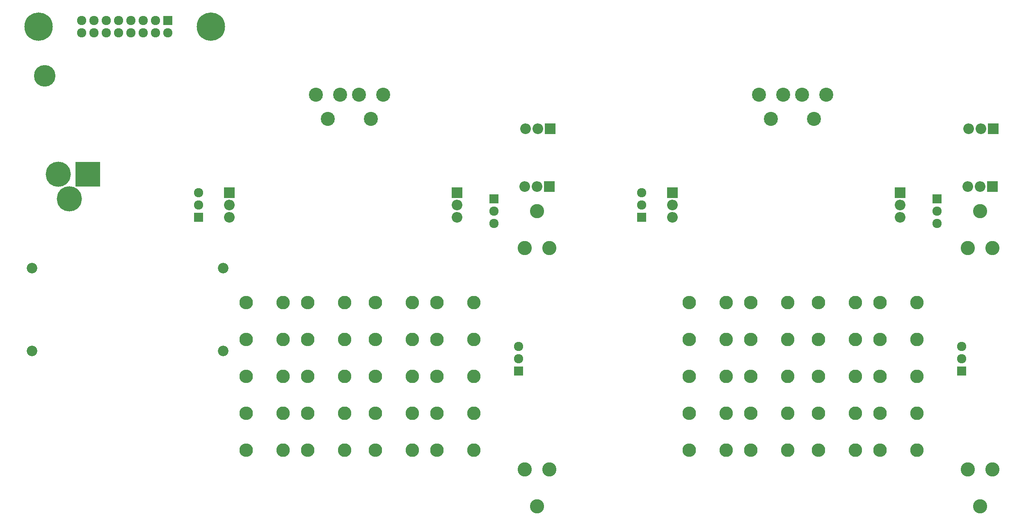
<source format=gbr>
G04 #@! TF.FileFunction,Soldermask,Bot*
%FSLAX46Y46*%
G04 Gerber Fmt 4.6, Leading zero omitted, Abs format (unit mm)*
G04 Created by KiCad (PCBNEW 4.0.7) date 12/04/17 23:14:30*
%MOMM*%
%LPD*%
G01*
G04 APERTURE LIST*
%ADD10C,0.100000*%
%ADD11C,1.920000*%
%ADD12R,1.920000X1.920000*%
%ADD13R,2.200000X2.200000*%
%ADD14O,2.200000X2.200000*%
%ADD15C,2.800000*%
%ADD16O,2.800000X2.800000*%
%ADD17C,2.940000*%
%ADD18C,2.900000*%
%ADD19C,5.860000*%
%ADD20C,5.200000*%
%ADD21R,5.200000X5.200000*%
%ADD22C,2.178000*%
%ADD23C,4.464000*%
G04 APERTURE END LIST*
D10*
D11*
X246380000Y-81280000D03*
X246380000Y-83820000D03*
D12*
X246380000Y-78740000D03*
D13*
X238760000Y-77470000D03*
D14*
X238760000Y-80010000D03*
X238760000Y-82550000D03*
D15*
X242210117Y-100181117D03*
D16*
X234590117Y-100181117D03*
D15*
X242210117Y-107801117D03*
D16*
X234590117Y-107801117D03*
D15*
X229510117Y-115421117D03*
D16*
X221890117Y-115421117D03*
D15*
X229510117Y-107801117D03*
D16*
X221890117Y-107801117D03*
D15*
X229510117Y-123041117D03*
D16*
X221890117Y-123041117D03*
D15*
X229510117Y-130661117D03*
D16*
X221890117Y-130661117D03*
D15*
X229510117Y-100181117D03*
D16*
X221890117Y-100181117D03*
D11*
X251460000Y-111760000D03*
X251460000Y-109220000D03*
D12*
X251460000Y-114300000D03*
D15*
X242210117Y-123041117D03*
D16*
X234590117Y-123041117D03*
D15*
X242210117Y-130661117D03*
D16*
X234590117Y-130661117D03*
D15*
X242210117Y-115421117D03*
D16*
X234590117Y-115421117D03*
D17*
X255270000Y-142240000D03*
X252730000Y-134620000D03*
X257810000Y-134620000D03*
X255270000Y-81280000D03*
X252730000Y-88900000D03*
X257810000Y-88900000D03*
D18*
X220980000Y-62230000D03*
X218480000Y-57230000D03*
X223480000Y-57230000D03*
D15*
X215540117Y-130661117D03*
D16*
X207920117Y-130661117D03*
D15*
X202840117Y-123041117D03*
D16*
X195220117Y-123041117D03*
D15*
X215540117Y-123041117D03*
D16*
X207920117Y-123041117D03*
D15*
X202840117Y-130661117D03*
D16*
X195220117Y-130661117D03*
D13*
X257810000Y-76200000D03*
D14*
X255270000Y-76200000D03*
X252730000Y-76200000D03*
D13*
X257997114Y-64278790D03*
D14*
X255457114Y-64278790D03*
X252917114Y-64278790D03*
D15*
X202840117Y-115421117D03*
D16*
X195220117Y-115421117D03*
D15*
X215540117Y-107801117D03*
D16*
X207920117Y-107801117D03*
D15*
X202840117Y-107801117D03*
D16*
X195220117Y-107801117D03*
D15*
X215540117Y-115421117D03*
D16*
X207920117Y-115421117D03*
D15*
X202840117Y-100181117D03*
D16*
X195220117Y-100181117D03*
D15*
X215540117Y-100181117D03*
D16*
X207920117Y-100181117D03*
D18*
X212090000Y-62230000D03*
X209590000Y-57230000D03*
X214590000Y-57230000D03*
D13*
X191770000Y-77470000D03*
D14*
X191770000Y-80010000D03*
X191770000Y-82550000D03*
D11*
X185420000Y-80010000D03*
X185420000Y-77470000D03*
D12*
X185420000Y-82550000D03*
D19*
X96520000Y-43180000D03*
X60960000Y-43180000D03*
D12*
X87630000Y-41910000D03*
D11*
X87630000Y-44450000D03*
X85090000Y-41910000D03*
X85090000Y-44450000D03*
X82550000Y-41910000D03*
X82550000Y-44450000D03*
X80010000Y-41910000D03*
X80010000Y-44450000D03*
X77470000Y-41910000D03*
X77470000Y-44450000D03*
X74930000Y-41910000D03*
X74930000Y-44450000D03*
X72390000Y-41910000D03*
X72390000Y-44450000D03*
X69850000Y-41910000D03*
X69850000Y-44450000D03*
D20*
X65020000Y-73660000D03*
D21*
X71120000Y-73660000D03*
D20*
X67310000Y-78740000D03*
D13*
X166557114Y-64278790D03*
D14*
X164017114Y-64278790D03*
X161477114Y-64278790D03*
D13*
X100330000Y-77470000D03*
D14*
X100330000Y-80010000D03*
X100330000Y-82550000D03*
D13*
X147320000Y-77470000D03*
D14*
X147320000Y-80010000D03*
X147320000Y-82550000D03*
D13*
X166370000Y-76200000D03*
D14*
X163830000Y-76200000D03*
X161290000Y-76200000D03*
D15*
X111400117Y-130661117D03*
D16*
X103780117Y-130661117D03*
D15*
X111400117Y-123041117D03*
D16*
X103780117Y-123041117D03*
D15*
X111400117Y-115421117D03*
D16*
X103780117Y-115421117D03*
D15*
X111400117Y-107801117D03*
D16*
X103780117Y-107801117D03*
D15*
X111400117Y-100181117D03*
D16*
X103780117Y-100181117D03*
D15*
X124100117Y-130661117D03*
D16*
X116480117Y-130661117D03*
D15*
X124100117Y-123041117D03*
D16*
X116480117Y-123041117D03*
D15*
X124100117Y-115421117D03*
D16*
X116480117Y-115421117D03*
D15*
X124100117Y-107801117D03*
D16*
X116480117Y-107801117D03*
D15*
X124100117Y-100181117D03*
D16*
X116480117Y-100181117D03*
D15*
X138070117Y-130661117D03*
D16*
X130450117Y-130661117D03*
D15*
X138070117Y-123041117D03*
D16*
X130450117Y-123041117D03*
D15*
X138070117Y-115421117D03*
D16*
X130450117Y-115421117D03*
D15*
X138070117Y-107801117D03*
D16*
X130450117Y-107801117D03*
D15*
X138070117Y-100181117D03*
D16*
X130450117Y-100181117D03*
D15*
X150770117Y-130661117D03*
D16*
X143150117Y-130661117D03*
D15*
X150770117Y-123041117D03*
D16*
X143150117Y-123041117D03*
D15*
X150770117Y-115421117D03*
D16*
X143150117Y-115421117D03*
D15*
X150770117Y-107801117D03*
D16*
X143150117Y-107801117D03*
D15*
X150770117Y-100181117D03*
D16*
X143150117Y-100181117D03*
D11*
X160020000Y-111760000D03*
X160020000Y-109220000D03*
D12*
X160020000Y-114300000D03*
D11*
X93980000Y-80010000D03*
X93980000Y-77470000D03*
D12*
X93980000Y-82550000D03*
D11*
X154940000Y-81280000D03*
X154940000Y-83820000D03*
D12*
X154940000Y-78740000D03*
D17*
X163830000Y-142240000D03*
X161290000Y-134620000D03*
X166370000Y-134620000D03*
X163830000Y-81280000D03*
X161290000Y-88900000D03*
X166370000Y-88900000D03*
D18*
X120650000Y-62230000D03*
X118150000Y-57230000D03*
X123150000Y-57230000D03*
X129540000Y-62230000D03*
X127040000Y-57230000D03*
X132040000Y-57230000D03*
D22*
X59570000Y-93030000D03*
X59570000Y-110170000D03*
X99060000Y-93030000D03*
X99060000Y-110170000D03*
D23*
X62230000Y-53340000D03*
M02*

</source>
